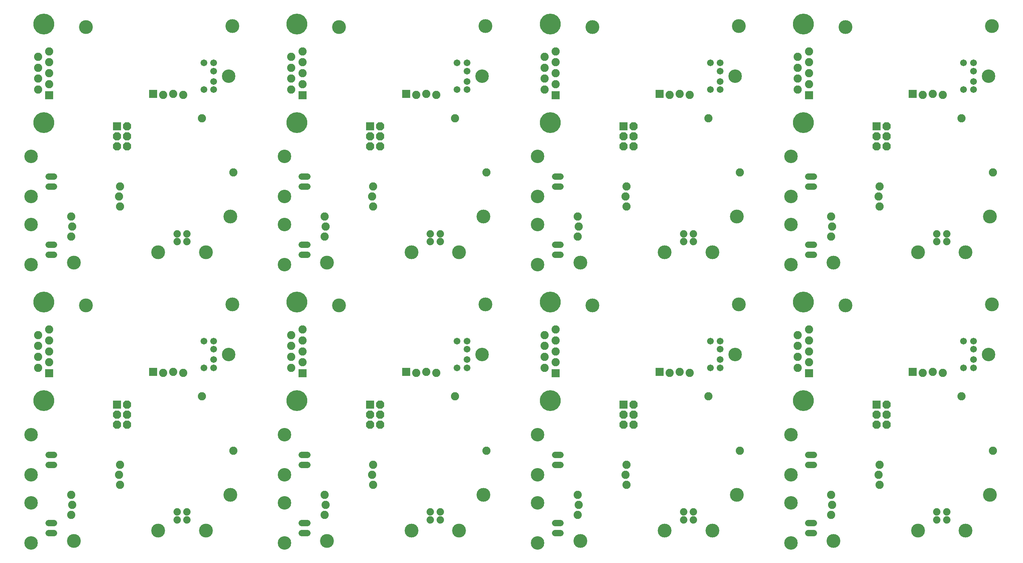
<source format=gbs>
G75*
G70*
%OFA0B0*%
%FSLAX25Y25*%
%IPPOS*%
%LPD*%
%AMOC8*
5,1,8,0,0,1.08239X$1,22.5*
%
%ADD141C,0.20800*%
%ADD143C,0.08200*%
%ADD150C,0.07400*%
%ADD158C,0.06350*%
%ADD24C,0.13800*%
%ADD60OC8,0.08200*%
%ADD62C,0.13460*%
%ADD73C,0.06740*%
%ADD90R,0.08200X0.08200*%
X0020000Y0020000D02*
G75*
%LPD*%
D73*
X0216690Y0206620D03*
X0226540Y0206620D03*
X0226540Y0214880D03*
X0226540Y0225120D03*
X0226540Y0233390D03*
X0216690Y0233390D03*
D62*
X0044500Y0032000D03*
X0044500Y0072000D03*
X0044500Y0100000D03*
X0044500Y0140000D03*
X0241500Y0220000D03*
D158*
X0067270Y0120000D02*
X0061730Y0120000D01*
X0061730Y0110000D02*
X0067270Y0110000D01*
X0067270Y0052000D02*
X0061730Y0052000D01*
X0061730Y0042000D02*
X0067270Y0042000D01*
D150*
X0190080Y0055000D03*
X0190080Y0062800D03*
X0199920Y0062800D03*
X0199920Y0055000D03*
D24*
X0218700Y0044300D03*
X0243000Y0080000D03*
X0171300Y0044300D03*
X0087000Y0034000D03*
X0099000Y0269000D03*
X0245000Y0270000D03*
D90*
X0166000Y0202500D03*
X0130000Y0170000D03*
X0062590Y0201190D03*
D60*
X0130000Y0160000D03*
X0140000Y0160000D03*
X0140000Y0170000D03*
X0140000Y0150000D03*
X0130000Y0150000D03*
D143*
X0133000Y0110000D03*
X0132000Y0100000D03*
X0133000Y0090000D03*
X0084500Y0080000D03*
X0085500Y0070000D03*
X0084500Y0060000D03*
X0214650Y0178100D03*
X0196000Y0201500D03*
X0186000Y0202500D03*
X0176000Y0201500D03*
X0246000Y0124000D03*
X0062590Y0212100D03*
X0051410Y0206660D03*
X0051410Y0217570D03*
X0062590Y0223000D03*
X0051410Y0228440D03*
X0062590Y0233910D03*
X0051410Y0239340D03*
X0062590Y0244810D03*
D141*
X0057000Y0272220D03*
X0057000Y0173790D03*
X0272500Y0020000D02*
G75*
%LPD*%
D73*
X0469190Y0206620D03*
X0479040Y0206620D03*
X0479040Y0214880D03*
X0479040Y0225120D03*
X0479040Y0233390D03*
X0469190Y0233390D03*
D62*
X0297000Y0032000D03*
X0297000Y0072000D03*
X0297000Y0100000D03*
X0297000Y0140000D03*
X0494000Y0220000D03*
D158*
X0319770Y0120000D02*
X0314230Y0120000D01*
X0314230Y0110000D02*
X0319770Y0110000D01*
X0319770Y0052000D02*
X0314230Y0052000D01*
X0314230Y0042000D02*
X0319770Y0042000D01*
D150*
X0442580Y0055000D03*
X0442580Y0062800D03*
X0452420Y0062800D03*
X0452420Y0055000D03*
D24*
X0471200Y0044300D03*
X0495500Y0080000D03*
X0423800Y0044300D03*
X0339500Y0034000D03*
X0351500Y0269000D03*
X0497500Y0270000D03*
D90*
X0418500Y0202500D03*
X0382500Y0170000D03*
X0315090Y0201190D03*
D60*
X0382500Y0160000D03*
X0392500Y0160000D03*
X0392500Y0170000D03*
X0392500Y0150000D03*
X0382500Y0150000D03*
D143*
X0385500Y0110000D03*
X0384500Y0100000D03*
X0385500Y0090000D03*
X0337000Y0080000D03*
X0338000Y0070000D03*
X0337000Y0060000D03*
X0467150Y0178100D03*
X0448500Y0201500D03*
X0438500Y0202500D03*
X0428500Y0201500D03*
X0498500Y0124000D03*
X0315090Y0212100D03*
X0303910Y0206660D03*
X0303910Y0217570D03*
X0315090Y0223000D03*
X0303910Y0228440D03*
X0315090Y0233910D03*
X0303910Y0239340D03*
X0315090Y0244810D03*
D141*
X0309500Y0272220D03*
X0309500Y0173790D03*
X0020000Y0297500D02*
G75*
%LPD*%
D73*
X0216690Y0484120D03*
X0226540Y0484120D03*
X0226540Y0492380D03*
X0226540Y0502620D03*
X0226540Y0510890D03*
X0216690Y0510890D03*
D62*
X0044500Y0309500D03*
X0044500Y0349500D03*
X0044500Y0377500D03*
X0044500Y0417500D03*
X0241500Y0497500D03*
D158*
X0067270Y0397500D02*
X0061730Y0397500D01*
X0061730Y0387500D02*
X0067270Y0387500D01*
X0067270Y0329500D02*
X0061730Y0329500D01*
X0061730Y0319500D02*
X0067270Y0319500D01*
D150*
X0190080Y0332500D03*
X0190080Y0340300D03*
X0199920Y0340300D03*
X0199920Y0332500D03*
D24*
X0218700Y0321800D03*
X0243000Y0357500D03*
X0171300Y0321800D03*
X0087000Y0311500D03*
X0099000Y0546500D03*
X0245000Y0547500D03*
D90*
X0166000Y0480000D03*
X0130000Y0447500D03*
X0062590Y0478690D03*
D60*
X0130000Y0437500D03*
X0140000Y0437500D03*
X0140000Y0447500D03*
X0140000Y0427500D03*
X0130000Y0427500D03*
D143*
X0133000Y0387500D03*
X0132000Y0377500D03*
X0133000Y0367500D03*
X0084500Y0357500D03*
X0085500Y0347500D03*
X0084500Y0337500D03*
X0214650Y0455600D03*
X0196000Y0479000D03*
X0186000Y0480000D03*
X0176000Y0479000D03*
X0246000Y0401500D03*
X0062590Y0489600D03*
X0051410Y0484160D03*
X0051410Y0495070D03*
X0062590Y0500500D03*
X0051410Y0505940D03*
X0062590Y0511410D03*
X0051410Y0516840D03*
X0062590Y0522310D03*
D141*
X0057000Y0549720D03*
X0057000Y0451290D03*
X0525000Y0020000D02*
G75*
%LPD*%
D73*
X0721690Y0206620D03*
X0731540Y0206620D03*
X0731540Y0214880D03*
X0731540Y0225120D03*
X0731540Y0233390D03*
X0721690Y0233390D03*
D62*
X0549500Y0032000D03*
X0549500Y0072000D03*
X0549500Y0100000D03*
X0549500Y0140000D03*
X0746500Y0220000D03*
D158*
X0572270Y0120000D02*
X0566730Y0120000D01*
X0566730Y0110000D02*
X0572270Y0110000D01*
X0572270Y0052000D02*
X0566730Y0052000D01*
X0566730Y0042000D02*
X0572270Y0042000D01*
D150*
X0695080Y0055000D03*
X0695080Y0062800D03*
X0704920Y0062800D03*
X0704920Y0055000D03*
D24*
X0723700Y0044300D03*
X0748000Y0080000D03*
X0676300Y0044300D03*
X0592000Y0034000D03*
X0604000Y0269000D03*
X0750000Y0270000D03*
D90*
X0671000Y0202500D03*
X0635000Y0170000D03*
X0567590Y0201190D03*
D60*
X0635000Y0160000D03*
X0645000Y0160000D03*
X0645000Y0170000D03*
X0645000Y0150000D03*
X0635000Y0150000D03*
D143*
X0638000Y0110000D03*
X0637000Y0100000D03*
X0638000Y0090000D03*
X0589500Y0080000D03*
X0590500Y0070000D03*
X0589500Y0060000D03*
X0719650Y0178100D03*
X0701000Y0201500D03*
X0691000Y0202500D03*
X0681000Y0201500D03*
X0751000Y0124000D03*
X0567590Y0212100D03*
X0556410Y0206660D03*
X0556410Y0217570D03*
X0567590Y0223000D03*
X0556410Y0228440D03*
X0567590Y0233910D03*
X0556410Y0239340D03*
X0567590Y0244810D03*
D141*
X0562000Y0272220D03*
X0562000Y0173790D03*
X0777500Y0020000D02*
G75*
%LPD*%
D73*
X0974190Y0206620D03*
X0984040Y0206620D03*
X0984040Y0214880D03*
X0984040Y0225120D03*
X0984040Y0233390D03*
X0974190Y0233390D03*
D62*
X0802000Y0032000D03*
X0802000Y0072000D03*
X0802000Y0100000D03*
X0802000Y0140000D03*
X0999000Y0220000D03*
D158*
X0824770Y0120000D02*
X0819230Y0120000D01*
X0819230Y0110000D02*
X0824770Y0110000D01*
X0824770Y0052000D02*
X0819230Y0052000D01*
X0819230Y0042000D02*
X0824770Y0042000D01*
D150*
X0947580Y0055000D03*
X0947580Y0062800D03*
X0957420Y0062800D03*
X0957420Y0055000D03*
D24*
X0976200Y0044300D03*
X1000500Y0080000D03*
X0928800Y0044300D03*
X0844500Y0034000D03*
X0856500Y0269000D03*
X1002500Y0270000D03*
D90*
X0923500Y0202500D03*
X0887500Y0170000D03*
X0820090Y0201190D03*
D60*
X0887500Y0160000D03*
X0897500Y0160000D03*
X0897500Y0170000D03*
X0897500Y0150000D03*
X0887500Y0150000D03*
D143*
X0890500Y0110000D03*
X0889500Y0100000D03*
X0890500Y0090000D03*
X0842000Y0080000D03*
X0843000Y0070000D03*
X0842000Y0060000D03*
X0972150Y0178100D03*
X0953500Y0201500D03*
X0943500Y0202500D03*
X0933500Y0201500D03*
X1003500Y0124000D03*
X0820090Y0212100D03*
X0808910Y0206660D03*
X0808910Y0217570D03*
X0820090Y0223000D03*
X0808910Y0228440D03*
X0820090Y0233910D03*
X0808910Y0239340D03*
X0820090Y0244810D03*
D141*
X0814500Y0272220D03*
X0814500Y0173790D03*
X0272500Y0297500D02*
G75*
%LPD*%
D73*
X0469190Y0484120D03*
X0479040Y0484120D03*
X0479040Y0492380D03*
X0479040Y0502620D03*
X0479040Y0510890D03*
X0469190Y0510890D03*
D62*
X0297000Y0309500D03*
X0297000Y0349500D03*
X0297000Y0377500D03*
X0297000Y0417500D03*
X0494000Y0497500D03*
D158*
X0319770Y0397500D02*
X0314230Y0397500D01*
X0314230Y0387500D02*
X0319770Y0387500D01*
X0319770Y0329500D02*
X0314230Y0329500D01*
X0314230Y0319500D02*
X0319770Y0319500D01*
D150*
X0442580Y0332500D03*
X0442580Y0340300D03*
X0452420Y0340300D03*
X0452420Y0332500D03*
D24*
X0471200Y0321800D03*
X0495500Y0357500D03*
X0423800Y0321800D03*
X0339500Y0311500D03*
X0351500Y0546500D03*
X0497500Y0547500D03*
D90*
X0418500Y0480000D03*
X0382500Y0447500D03*
X0315090Y0478690D03*
D60*
X0382500Y0437500D03*
X0392500Y0437500D03*
X0392500Y0447500D03*
X0392500Y0427500D03*
X0382500Y0427500D03*
D143*
X0385500Y0387500D03*
X0384500Y0377500D03*
X0385500Y0367500D03*
X0337000Y0357500D03*
X0338000Y0347500D03*
X0337000Y0337500D03*
X0467150Y0455600D03*
X0448500Y0479000D03*
X0438500Y0480000D03*
X0428500Y0479000D03*
X0498500Y0401500D03*
X0315090Y0489600D03*
X0303910Y0484160D03*
X0303910Y0495070D03*
X0315090Y0500500D03*
X0303910Y0505940D03*
X0315090Y0511410D03*
X0303910Y0516840D03*
X0315090Y0522310D03*
D141*
X0309500Y0549720D03*
X0309500Y0451290D03*
X0525000Y0297500D02*
G75*
%LPD*%
D73*
X0721690Y0484120D03*
X0731540Y0484120D03*
X0731540Y0492380D03*
X0731540Y0502620D03*
X0731540Y0510890D03*
X0721690Y0510890D03*
D62*
X0549500Y0309500D03*
X0549500Y0349500D03*
X0549500Y0377500D03*
X0549500Y0417500D03*
X0746500Y0497500D03*
D158*
X0572270Y0397500D02*
X0566730Y0397500D01*
X0566730Y0387500D02*
X0572270Y0387500D01*
X0572270Y0329500D02*
X0566730Y0329500D01*
X0566730Y0319500D02*
X0572270Y0319500D01*
D150*
X0695080Y0332500D03*
X0695080Y0340300D03*
X0704920Y0340300D03*
X0704920Y0332500D03*
D24*
X0723700Y0321800D03*
X0748000Y0357500D03*
X0676300Y0321800D03*
X0592000Y0311500D03*
X0604000Y0546500D03*
X0750000Y0547500D03*
D90*
X0671000Y0480000D03*
X0635000Y0447500D03*
X0567590Y0478690D03*
D60*
X0635000Y0437500D03*
X0645000Y0437500D03*
X0645000Y0447500D03*
X0645000Y0427500D03*
X0635000Y0427500D03*
D143*
X0638000Y0387500D03*
X0637000Y0377500D03*
X0638000Y0367500D03*
X0589500Y0357500D03*
X0590500Y0347500D03*
X0589500Y0337500D03*
X0719650Y0455600D03*
X0701000Y0479000D03*
X0691000Y0480000D03*
X0681000Y0479000D03*
X0751000Y0401500D03*
X0567590Y0489600D03*
X0556410Y0484160D03*
X0556410Y0495070D03*
X0567590Y0500500D03*
X0556410Y0505940D03*
X0567590Y0511410D03*
X0556410Y0516840D03*
X0567590Y0522310D03*
D141*
X0562000Y0549720D03*
X0562000Y0451290D03*
X0777500Y0297500D02*
G75*
%LPD*%
D73*
X0974190Y0484120D03*
X0984040Y0484120D03*
X0984040Y0492380D03*
X0984040Y0502620D03*
X0984040Y0510890D03*
X0974190Y0510890D03*
D62*
X0802000Y0309500D03*
X0802000Y0349500D03*
X0802000Y0377500D03*
X0802000Y0417500D03*
X0999000Y0497500D03*
D158*
X0824770Y0397500D02*
X0819230Y0397500D01*
X0819230Y0387500D02*
X0824770Y0387500D01*
X0824770Y0329500D02*
X0819230Y0329500D01*
X0819230Y0319500D02*
X0824770Y0319500D01*
D150*
X0947580Y0332500D03*
X0947580Y0340300D03*
X0957420Y0340300D03*
X0957420Y0332500D03*
D24*
X0976200Y0321800D03*
X1000500Y0357500D03*
X0928800Y0321800D03*
X0844500Y0311500D03*
X0856500Y0546500D03*
X1002500Y0547500D03*
D90*
X0923500Y0480000D03*
X0887500Y0447500D03*
X0820090Y0478690D03*
D60*
X0887500Y0437500D03*
X0897500Y0437500D03*
X0897500Y0447500D03*
X0897500Y0427500D03*
X0887500Y0427500D03*
D143*
X0890500Y0387500D03*
X0889500Y0377500D03*
X0890500Y0367500D03*
X0842000Y0357500D03*
X0843000Y0347500D03*
X0842000Y0337500D03*
X0972150Y0455600D03*
X0953500Y0479000D03*
X0943500Y0480000D03*
X0933500Y0479000D03*
X1003500Y0401500D03*
X0820090Y0489600D03*
X0808910Y0484160D03*
X0808910Y0495070D03*
X0820090Y0500500D03*
X0808910Y0505940D03*
X0820090Y0511410D03*
X0808910Y0516840D03*
X0820090Y0522310D03*
D141*
X0814500Y0549720D03*
X0814500Y0451290D03*
M02*

</source>
